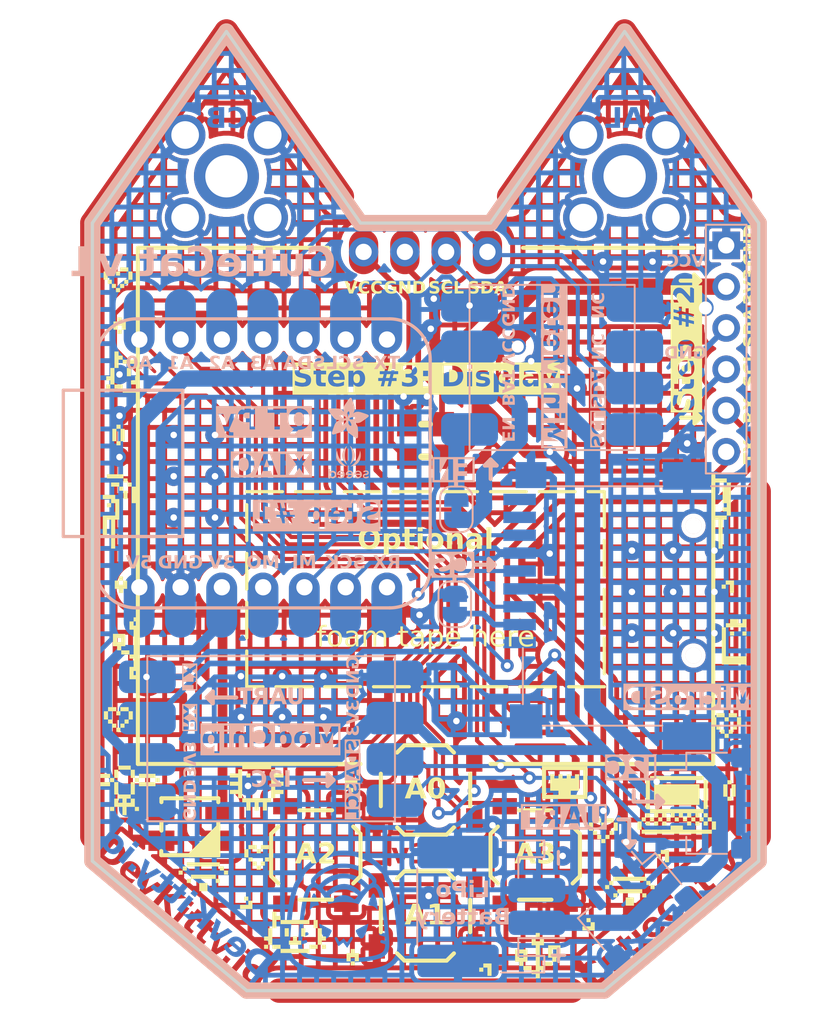
<source format=kicad_pcb>
(kicad_pcb (version 20221018) (generator pcbnew)
  (layers (0 "F.Cu" signal) (31 "B.Cu" signal) (34 "B.Paste" user) (35 "F.Paste" user) (36 "B.SilkS" user "B.Silkscreen") (37 "F.SilkS" user "F.Silkscreen") (38 "B.Mask" user) (39 "F.Mask" user) (44 "Edge.Cuts" user))
  (net 0 "")
  (net 1 "SDA")
  (net 2 "SCL")
  (net 3 "GND")
  (net 4 "+3V3")
  (net 5 "VBAT")
  (net 6 "Net-(JP2-B)")
  (net 7 "Net-(JP1-B)")
  (net 8 "UP_BTN")
  (net 9 "DN_BTN")
  (net 10 "LT_BTN")
  (net 11 "RT_BTN")
  (net 12 "MCU_TX")
  (net 13 "SCK")
  (net 14 "MISO")
  (net 15 "MOSI")
  (net 16 "VCC")
  (net 17 "MCU_RX")
  (net 22 "Net-(U2-VCC)")
  (net 23 "Net-(U2-GND)")
  (net 24 "DO")
  (footprint "LOGO" (layer "F.Cu") (at -10.39 16.12)
    (fp_text reference "G***" hide)
    (fp_text value "LOGO" hide)
  )
  (footprint "LOGO" (layer "F.Cu") (at 15.46 17.17)
    (fp_text reference "G***" hide)
    (fp_text value "LOGO" hide)
  )
  (footprint "LOGO" (layer "F.Cu") (at 8.56 15.79)
    (fp_text reference "G***" hide)
    (fp_text value "LOGO" hide)
  )
  (footprint "LOGO" (layer "F.Cu") (at -4.48 26.54)
    (fp_text reference "G***" hide)
    (fp_text value "LOGO" hide)
  )
  (footprint "LOGO" (layer "F.Cu") (at -18.47 7.535)
    (fp_text reference "G***" hide)
    (fp_text value "LOGO" hide)
  )
  (footprint "LOGO" (layer "F.Cu") (at -18.52 16.275)
    (fp_text reference "G***" hide)
    (fp_text value "LOGO" hide)
  )
  (footprint "LOGO" (layer "F.Cu") (at -18.92 -15.135)
    (fp_text reference "G***" hide)
    (fp_text value "LOGO" hide)
  )
  (footprint "LOGO" (layer "F.Cu") (at -13.67 21.59)
    (fp_text reference "G***" hide)
    (fp_text value "LOGO" hide)
  )
  (footprint "LOGO" (layer "F.Cu") (at -18.82 -12.315)
    (fp_text reference "G***" hide)
    (fp_text value "LOGO" hide)
  )
  (footprint "LOGO" (layer "F.Cu") (at -17.7425 -9.455)
    (fp_text reference "G***" hide)
    (fp_text value "LOGO" hide)
  )
  (footprint "LOGO" (layer "F.Cu") (at 18.702 16.283)
    (fp_text reference "G***" hide)
    (fp_text value "LOGO" hide)
  )
  (footprint "Button_Switch_SMD:SW_Push_1P1T_XKB_TS-1187A" (layer "F.Cu") (at 0 16.25)
    (fp_text reference "SW1" hide)
    (fp_text value "Up" hide)
  )
  (footprint "LOGO" (layer "F.Cu") (at 18.53 12.285)
    (fp_text reference "G***" hide)
    (fp_text value "LOGO" hide)
  )
  (footprint "LOGO" (layer "F.Cu") (at -18.74 3.625 180)
    (fp_text reference "G***" hide)
    (fp_text value "LOGO" hide)
  )
  (footprint "LOGO" (layer "F.Cu") (at 10.033 24.511)
    (fp_text reference "G***" hide)
    (fp_text value "LOGO" hide)
  )
  (footprint "LOGO" (layer "F.Cu") (at -18.84 -0.885)
    (fp_text reference "G***" hide)
    (fp_text value "LOGO" hide)
  )
  (footprint "LOGO" (layer "F.Cu") (at 6.9088 26.4414)
    (fp_text reference "G***" hide)
    (fp_text value "LOGO" hide)
  )
  (footprint "clipboard:4c8db4ee-6549-4df2-843f-e4db1e68e004" (layer "F.Cu") (at 21.95 -15.915)
    (fp_text reference "")
    (fp_text value "")
  )
  (footprint "LOGO" (layer "F.Cu") (at 12.573 22.479)
    (fp_text reference "G***" hide)
    (fp_text value "LOGO" hide)
  )
  (footprint "LOGO" (layer "F.Cu") (at -4.572 16.002 180)
    (fp_text reference "G***" hide)
    (fp_text value "LOGO" hide)
  )
  (footprint "Jumper:SolderJumper-2_P1.3mm_Bridged_Pad1.0x1.5mm" (layer "F.Cu") (at 0 -5.25 90)
    (fp_text reference "U6" hide)
    (fp_text value "~")
  )
  (footprint "Button_Switch_SMD:SW_Push_1P1T_XKB_TS-1187A" (layer "F.Cu") (at 6.75 20.25 90)
    (fp_text reference "SW4" hide)
    (fp_text value "Right" hide)
  )
  (footprint "LOGO" (layer "F.Cu") (at -18.9 11.915)
    (fp_text reference "G***" hide)
    (fp_text value "LOGO" hide)
  )
  (footprint "LOGO" (layer "F.Cu") (at 18.6 3.745 90)
    (fp_text reference "G***" hide)
    (fp_text value "LOGO" hide)
  )
  (footprint "Button_Switch_SMD:SW_Push_1P1T_XKB_TS-1187A" (layer "F.Cu") (at 0 24)
    (fp_text reference "SW2" hide)
    (fp_text value "Down" hide)
  )
  (footprint "LOGO" (layer "F.Cu") (at 10.94 18.76)
    (fp_text reference "G***" hide)
    (fp_text value "LOGO" hide)
  )
  (footprint "LED_SMD:LED_SK6812MINI_PLCC4_3.5x3.5mm_P1.75mm" (layer "F.Cu") (at -14.5 18.5)
    (fp_text reference "D1" hide)
    (fp_text value "SK6812MINI")
  )
  (footprint "Nugget-Modules:SH1106" (layer "F.Cu") (at 0 -2.1)
    (fp_text reference "U2" hide)
    (fp_text value "SH1106 OLED")
  )
  (footprint "LOGO" (layer "F.Cu") (at -10.26 20.4)
    (fp_text reference "G***" hide)
    (fp_text value "LOGO" hide)
  )
  (footprint "LOGO" (layer "F.Cu") (at 3.683 27.305 90)
    (fp_text reference "G***" hide)
    (fp_text value "LOGO" hide)
  )
  (footprint "Button_Switch_SMD:SW_Push_1P1T_XKB_TS-1187A" (layer "F.Cu") (at -6.75 20.25 90)
    (fp_text reference "SW3" hide)
    (fp_text value "Left" hide)
  )
  (footprint "LOGO" (layer "F.Cu") (at -18.89 -5.585)
    (fp_text reference "G***" hide)
    (fp_text value "LOGO" hide)
  )
  (footprint "LOGO" (layer "F.Cu") (at 14.605 20.32 90)
    (fp_text reference "G***" hide)
    (fp_text value "LOGO" hide)
  )
  (footprint "LOGO" (layer "F.Cu") (at 18.99 7.135)
    (fp_text reference "G***" hide)
    (fp_text value "LOGO" hide)
  )
  (footprint "LOGO" (layer "F.Cu") (at -11.03 23.19)
    (fp_text reference "G***" hide)
    (fp_text value "LOGO" hide)
  )
  (footprint "LOGO" (layer "F.Cu") (at 17.9005 -0.755)
    (fp_text reference "G***" hide)
    (fp_text value "LOGO" hide)
  )
  (footprint "LOGO" (layer "F.Cu") (at -8.03 25.01)
    (fp_text reference "G***" hide)
    (fp_text value "LOGO" hide)
  )
  (footprint "Connector_JST:JST_SH_SM04B-SRSS-TB_1x04-1MP_P1.00mm_Horizontal" (layer "B.Cu") (at 12.9 23.5 -140)
    (fp_text reference "J4" hide)
    (fp_text value "Conn_01x04_MountingPin" hide)
  )
  (footprint "Jumper:SolderJumper-2_P1.3mm_Bridged_RoundedPad1.0x1.5mm" (layer "B.Cu") (at 1.8 4.835 -90)
    (fp_text reference "JP1" hide)
    (fp_text value "Jumper")
  )
  (footprint "Connector_JST:JST_SH_SM04B-SRSS-TB_1x04-1MP_P1.00mm_Horizontal" (layer "B.Cu") (at 17.83 17.07 -90)
    (fp_text reference "J5" hide)
    (fp_text value "Conn_01x04_MountingPin" hide)
  )
  (footprint "Wardriver-Footprints:MOUDLE14P-SMD-2.54-21X17.8MM" (layer "B.Cu") (at -10 -3.84 90)
    (fp_text reference "U1" hide)
    (fp_text value "~" hide)
  )
  (footprint "Connector_PinSocket_2.54mm:PinSocket_1x06_P2.54mm_Vertical" (layer "B.Cu") (at 18.5 -17.25 180)
    (fp_text reference "J1" hide)
    (fp_text value "Header" hide)
  )
  (footprint "clipboard:f961fc29-c949-4d2d-849c-141f9608b811" (layer "B.Cu") (at 4.9 0.14 90)
    (fp_text reference "")
    (fp_text value "")
  )
  (footprint "Jumper:SolderJumper-2_P1.3mm_Bridged_RoundedPad1.0x1.5mm" (layer "B.Cu") (at 1.8996 -1.0142 90)
    (fp_text reference "JP2" hide)
    (fp_text value "Jumper")
  )
  (footprint "Connector_Coaxial:SMA_Amphenol_901-144_Vertical" (layer "B.Cu") (at 12.25 -21.5 180)
    (fp_text reference "AE1" hide)
    (fp_text value "Antenna_Shield")
  )
  (footprint "DevKitty-ModChip:DevKitty-ModChip" (layer "B.Cu") (at -9.5 13.1 180)
    (fp_text reference "U4" hide)
    (fp_text value "~")
  )
  (footprint "Connector_JST:JST_PH_S2B-PH-SM4-TB_1x02-1MP_P2.00mm_Horizontal" (layer "B.Cu") (at 4 23.42 90)
    (fp_text reference "J2" hide)
    (fp_text value "LiPo")
  )
  (footprint "PicoCharge:MiniMeter" (layer "B.Cu") (at 7.79 -9.74 -90)
    (fp_text reference "U3" hide)
    (fp_text value "~")
  )
  (footprint "Wardriver-Footprints:MicroSD" (layer "B.Cu") (at 5.99 4.93 -90)
    (fp_text reference "U5" hide)
    (fp_text value "MicroSD Card" hide)
  )
  (footprint "Connector_Coaxial:SMA_Amphenol_901-144_Vertical" (layer "B.Cu") (at -12.25 -21.5 180)
    (fp_text reference "AE2" hide)
    (fp_text value "Antenna_Shield")
  )
  (footprint "LOGO" (layer "B.Cu") (at -5.032686 23.830004 180)
    (fp_text reference "Gf" hide)
    (fp_text value "LOGO" hide)
  )
  (gr_line (start 20.5 19.1232) (end 20.5 -2.12317) (stroke (width 1.5)) (layer "F.Cu"))
  (gr_line (start 12.25 -30.4054) (end 5.14715 -20.2615) (stroke (width 1.5)) (layer "F.Cu"))
  (gr_line (start -12.25 -30.4054) (end -5.14715 -20.2615) (stroke (width 1.5)) (layer "F.Cu"))
  (gr_line (start -20.5 -18.6232) (end -12.25 -30.4054) (stroke (width 1.5)) (layer "F.Cu"))
  (gr_line (start -9 28.5946) (end 9 28.5946) (stroke (width 1.5)) (layer "F.Cu"))
  (gr_line (start 12.25 -30.4054) (end 19.3528 -20.2615) (stroke (width 1.5)) (layer "F.Cu"))
  (gr_line (start -20.5 19.1232) (end -20.5 -18.6232) (stroke (width 1.5)) (layer "F.Cu"))
  (gr_line (start 1.8796 -2.7042) (end 1.8796 -2.4892) (stroke (width 0.25)) (layer "B.SilkS"))
  (gr_line (start 11 28.5946) (end -11 28.5946) (stroke (width 1)) (layer "B.SilkS"))
  (gr_line (start 3.6482 -3.7084) (end 4.3782 -3.7084) (stroke (width 0.25)) (layer "B.SilkS"))
  (gr_line (start 14.25 16.605) (end 14.62 16.965) (stroke (width 0.25)) (layer "B.SilkS"))
  (gr_line (start -20.5 -18.6232) (end -20.5 20.6232) (stroke (width 1)) (layer "B.SilkS"))
  (gr_line (start 20.5 20.6232) (end 11 28.5946) (stroke (width 1)) (layer "B.SilkS"))
  (gr_line (start 12.17 19.41) (end 12.9 19.41) (stroke (width 0.25)) (layer "B.SilkS"))
  (gr_line (start 1.78 3.145) (end 1.78 3.36) (stroke (width 0.25)) (layer "B.SilkS"))
  (gr_line (start 12.81 16.295) (end 12.81 16.965) (stroke (width 0.25)) (layer "B.SilkS"))
  (gr_line (start 20.5 -18.6232) (end 20.5 20.6232) (stroke (width 1)) (layer "B.SilkS"))
  (gr_line (start 14.25 16.605) (end 14.25 17.335) (stroke (width 0.25)) (layer "B.SilkS"))
  (gr_line (start 3.885 2.035) (end 3.885 2.765) (stroke (width 0.25)) (layer "B.SilkS"))
  (gr_line (start 12.81 16.965) (end 14.62 16.965) (stroke (width 0.25)) (layer "B.SilkS"))
  (gr_line (start 3.885 2.035) (end 4.255 2.395) (stroke (width 0.25)) (layer "B.SilkS"))
  (gr_line (start 4 -18.6232) (end 12.25 -30.4054) (stroke (width 1)) (layer "B.SilkS"))
  (gr_line (start -20.5 -18.6232) (end -12.25 -30.4054) (stroke (width 1)) (layer "B.SilkS"))
  (gr_line (start 4.0082 -4.0784) (end 4.3782 -3.7084) (stroke (width 0.25)) (layer "B.SilkS"))
  (gr_line (start 12.53 18.06) (end 12.53 19.78) (stroke (width 0.25)) (layer "B.SilkS"))
  (gr_line (start 4.255 2.395) (end 3.885 2.765) (stroke (width 0.25)) (layer "B.SilkS"))
  (gr_line (start 12.53 19.78) (end 12.9 19.41) (stroke (width 0.25)) (layer "B.SilkS"))
  (gr_line (start 12.17 19.41) (end 12.53 19.78) (stroke (width 0.25)) (layer "B.SilkS"))
  (gr_line (start 4.0082 -2.8784) (end 4.0082 -4.0784) (stroke (width 0.25)) (layer "B.SilkS"))
  (gr_line (start 11.86 18.06) (end 12.53 18.06) (stroke (width 0.25)) (layer "B.SilkS"))
  (gr_line (start -12.25 -30.4054) (end -4 -18.6232) (stroke (width 1)) (layer "B.SilkS"))
  (gr_line (start 14.62 16.965) (end 14.25 17.335) (stroke (width 0.25)) (layer "B.SilkS"))
  (gr_line (start -4 -18.6232) (end 4 -18.6232) (stroke (width 1)) (layer "B.SilkS"))
  (gr_line (start -11 28.5946) (end -20.5 20.6232) (stroke (width 1)) (layer "B.SilkS"))
  (gr_line (start 3.6482 -3.7084) (end 4.0082 -4.0784) (stroke (width 0.25)) (layer "B.SilkS"))
  (gr_line (start 12.25 -30.4054) (end 20.5 -18.6232) (stroke (width 1)) (layer "B.SilkS"))
  (gr_line (start 3.055 2.395) (end 4.255 2.395) (stroke (width 0.25)) (layer "B.SilkS"))
  (gr_line (start -20.5 -18.6232) (end -20.5 20.6232) (stroke (width 0.2)) (layer "Edge.Cuts"))
  (gr_line (start 20.5 20.6232) (end 11 28.5946) (stroke (width 0.2)) (layer "Edge.Cuts"))
  (gr_line (start 20.5 -18.6232) (end 20.5 20.6232) (stroke (width 0.2)) (layer "Edge.Cuts"))
  (gr_line (start 4 -18.6232) (end 12.25 -30.4054) (stroke (width 0.2)) (layer "Edge.Cuts"))
  (gr_line (start 11 28.5946) (end -11 28.5946) (stroke (width 0.2)) (layer "Edge.Cuts"))
  (gr_line (start -4 -18.6232) (end 4 -18.6232) (stroke (width 0.2)) (layer "Edge.Cuts"))
  (gr_line (start -12.25 -30.4054) (end -4 -18.6232) (stroke (width 0.2)) (layer "Edge.Cuts"))
  (gr_line (start -20.5 -18.6232) (end -12.25 -30.4054) (stroke (width 0.2)) (layer "Edge.Cuts"))
  (gr_line (start -11 28.5946) (end -20.5 20.6232) (stroke (width 0.2)) (layer "Edge.Cuts"))
  (gr_line (start 12.25 -30.4054) (end 20.5 -18.6232) (stroke (width 0.2)) (layer "Edge.Cuts"))
  (gr_text "CutieCat v1" (at 15.02 23.76 40) (layer "F.Cu") (effects (font (size 1.5 1.5) (thickness 0.2) bold)))
  (gr_text "v1.1" (at 0 20.25) (layer "F.Cu") (effects (font (size 1.25 1.25) (thickness 0.2) bold)))
  (gr_text "DevKitty.io" (at -15.02 23.83 320) (layer "F.Cu") (effects (font (size 1.5 1.5) (thickness 0.2) bold)))
  (gr_text "AL" (at 12.25 -25) (layer "B.Cu") (effects (font (size 1.25 1.25) (thickness 0.25) bold) (justify mirror)))
  (gr_text "DevKitty.io" (at -14.75 23.25 320) (layer "B.Cu") (effects (font (size 1.5 1.5) (thickness 0.2) bold) (justify mirror)))
  (gr_text "CB" (at -12.25 -25) (layer "B.Cu") (effects (font (size 1.25 1.25) (thickness 0.25) bold) (justify mirror)))
  (gr_text "CS" (at 2.95 2.515) (layer "B.SilkS" knockout) (effects (font (size 1.25 1.25) (thickness 0.25) bold) (justify left mirror)))
  (gr_text "CutieCat v1" (at -5.51 -15.055) (layer "B.SilkS") (effects (font (size 1.8 1.8) (thickness 0.2) bold) (justify left bottom mirror)))
  (gr_text "GND" (at 16 -10.6) (layer "B.SilkS") (effects (font (size 0.75 0.75) (thickness 0.1875) bold) (justify mirror)))
  (gr_text "I2C" (at 14.224 14.986) (layer "B.SilkS" knockout) (effects (font (size 1.25 1.25) (thickness 0.25) bold) (justify left mirror)))
  (gr_text "LiPo\nBattery" (at 2.29 23.27) (layer "B.SilkS") (effects (font (size 1 1) (thickness 0.25) bold) (justify mirror)))
  (gr_text "VCC" (at 16 -16.25) (layer "B.SilkS") (effects (font (size 0.75 0.75) (thickness 0.1875) bold) (justify mirror)))
  (gr_text "UART" (at 11.176 18.01) (layer "B.SilkS" knockout) (effects (font (size 1.25 1.25) (thickness 0.25) bold) (justify left mirror)))
  (gr_text "EN" (at 3.0496 -3.3342) (layer "B.SilkS" knockout) (effects (font (size 1.25 1.25) (thickness 0.25) bold) (justify left mirror)))
  (segment (start 1.633604 -1) (end -3.7 -1) (width 0.25) (layer "F.Cu") (net 1))
  (segment (start 4.622451 14.668847) (end 3.17 13.216396) (width 0.25) (layer "F.Cu") (net 1))
  (segment (start 4.622451 14.77) (end 4.622451 14.668847) (width 0.25) (layer "F.Cu") (net 1))
  (segment (start 3.17 0.536396) (end 1.633604 -1) (width 0.25) (layer "F.Cu") (net 1))
  (segment (start -5.36 -2.66) (end -5.36 -9.37) (width 0.25) (layer "F.Cu") (net 1))
  (segment (start -3.7 -1) (end -5.36 -2.66) (width 0.25) (layer "F.Cu") (net 1))
  (segment (start 3.17 13.216396) (end 3.17 0.536396) (width 0.25) (layer "F.Cu") (net 1))
  (segment (start -5.36 -9.37) (end -7.66 -11.67) (width 0.25) (layer "F.Cu") (net 1))
  (via (at 4.622451 14.77) (size 0.8) (drill 0.4) (layers "F.Cu" "B.Cu") (net 1))
  (segment (start 12.493274 -8.47) (end 12.87 -8.47) (width 0.25) (layer "B.Cu") (net 1))
  (segment (start -6.09 -18.225) (end 2.235 -18.225) (width 0.25) (layer "B.Cu") (net 1))
  (segment (start 10.066 -14.969) (end 10.066 -10.897274) (width 0.25) (layer "B.Cu") (net 1))
  (segment (start 14.8 -8.47) (end 18.5 -12.17) (width 0.35) (layer "B.Cu") (net 1))
  (segment (start 4.632451 14.78) (end 10.79 14.78) (width 0.25) (layer "B.Cu") (net 1))
  (segment (start 10.066 -10.897274) (end 12.493274 -8.47) (width 0.25) (layer "B.Cu") (net 1))
  (segment (start -1.47 14.78) (end -1.88 14.37) (width 0.25) (layer "B.Cu") (net 1))
  (segment (start 4.622451 14.77) (end 4.632451 14.78) (width 0.25) (layer "B.Cu") (net 1))
  (segment (start -7.66 -12.82) (end -7.66 -16.655) (width 0.25) (layer "B.Cu") (net 1))
  (segment (start 8.385 -16.65) (end 10.066 -14.969) (width 0.25) (layer "B.Cu") (net 1))
  (segment (start 4.612451 14.78) (end -1.47 14.78) (width 0.25) (layer "B.Cu") (net 1))
  (segment (start 3.81 -16.65) (end 8.385 -16.65) (width 0.25) (layer "B.Cu") (net 1))
  (segment (start 2.235 -18.225) (end 3.81 -16.65) (width 0.25) (layer "B.Cu") (net 1))
  (segment (start 10.79 14.78) (end 13.58 17.57) (width 0.25) (layer "B.Cu") (net 1))
  (segment (start 13.58 17.57) (end 15.83 17.57) (width 0.25) (layer "B.Cu") (net 1))
  (segment (start 4.622451 14.77) (end 4.612451 14.78) (width 0.25) (layer "B.Cu") (net 1))
  (segment (start 12.87 -8.47) (end 14.8 -8.47) (width 0.35) (layer "B.Cu") (net 1))
  (segment (start -7.66 -16.655) (end -6.09 -18.225) (width 0.25) (layer "B.Cu") (net 1))
  (segment (start 1.82 -1.45) (end -3.513604 -1.45) (width 0.25) (layer "F.Cu") (net 2))
  (segment (start 3.62 0.35) (end 1.82 -1.45) (width 0.25) (layer "F.Cu") (net 2))
  (segment (start -3.513604 -1.45) (end -4.91 -2.846396) (width 0.25) (layer "F.Cu") (net 2))
  (segment (start 3.62 12.55) (end 3.62 0.35) (width 0.25) (layer "F.Cu") (net 2))
  (segment (start -4.91 -2.846396) (end -4.91 -11.46) (width 0.25) (layer "F.Cu") (net 2))
  (segment (start 6.39 15.32) (end 3.62 12.55) (width 0.25) (layer "F.Cu") (net 2))
  (segment (start 6.39 15.5045) (end 6.39 15.32) (width 0.25) (layer "F.Cu") (net 2))
  (via (at 6.39 15.5045) (size 0.8) (drill 0.4) (layers "F.Cu" "B.Cu") (net 2))
  (segment (start 14.8 -5.93) (end 18.5 -9.63) (width 0.35) (layer "B.Cu") (net 2))
  (segment (start 0.3255 15.5045) (end -1.08 16.91) (width 0.25) (layer "B.Cu") (net 2))
  (segment (start 2.845 -15.075) (end 4.317412 -15.075) (width 0.25) (layer "B.Cu") (net 2))
  (segment (start 9.37 -14.645) (end 9.37 -10.605) (width 0.25) (layer "B.Cu") (net 2))
  (segment (start -3.735 -14.955) (end -0.425 -14.955) (width 0.25) (layer "B.Cu") (net 2))
  (segment (start 13.57 18.57) (end 15.83 18.57) (width 0.25) (layer "B.Cu") (net 2))
  (segment (start 10.46 -9.515) (end 10.46 -7.595) (width 0.25) (layer "B.Cu") (net 2))
  (segment (start -5.12 -12.82) (end -5.12 -13.57) (width 0.25) (layer "B.Cu") (net 2))
  (segment (start 4.317412 -15.075) (end 5.217412 -15.975) (width 0.25) (layer "B.Cu") (net 2))
  (segment (start -5.12 -13.57) (end -3.735 -14.955) (width 0.25) (layer "B.Cu") (net 2))
  (segment (start 1.27 -16.65) (end 2.845 -15.075) (width 0.25) (layer "B.Cu") (net 2))
  (segment (start -1.08 16.91) (end -1.88 16.91) (width 0.25) (layer "B.Cu") (net 2))
  (segment (start 5.217412 -15.975) (end 8.04 -15.975) (width 0.25) (layer "B.Cu") (net 2))
  (segment (start -0.425 -14.955) (end 1.27 -16.65) (width 0.25) (layer "B.Cu") (net 2))
  (segment (start 9.37 -10.605) (end 10.46 -9.515) (width 0.25) (layer "B.Cu") (net 2))
  (segment (start 12.87 -5.93) (end 14.8 -5.93) (width 0.35) (layer "B.Cu") (net 2))
  (segment (start 6.39 15.5045) (end 0.3255 15.5045) (width 0.25) (layer "B.Cu") (net 2))
  (segment (start 10.46 -7.595) (end 12.125 -5.93) (width 0.25) (layer "B.Cu") (net 2))
  (segment (start 6.39 15.5045) (end 10.5045 15.5045) (width 0.25) (layer "B.Cu") (net 2))
  (segment (start 10.5045 15.5045) (end 13.57 18.57) (width 0.25) (layer "B.Cu") (net 2))
  (segment (start 12.125 -5.93) (end 12.87 -5.93) (width 0.25) (layer "B.Cu") (net 2))
  (segment (start 8.04 -15.975) (end 9.37 -14.645) (width 0.25) (layer "B.Cu") (net 2))
  (segment (start 6.78 23.25) (end 6.28 23.25) (width 0.25) (layer "F.Cu") (net 3))
  (segment (start 4.125 18.425) (end 3.3 18.425) (width 0.25) (layer "F.Cu") (net 3))
  (segment (start 3.3 18.425) (end 3 18.125) (width 0.25) (layer "F.Cu") (net 3))
  (via (at 13.97 -16.256) (size 0.8) (drill 0.4) (layers "F.Cu" "B.Cu") (net 3))
  (via (at 1.9 12.01) (size 0.8) (drill 0.4) (layers "F.Cu" "B.Cu") (net 3))
  (via (at 0.089595 -7.959095) (size 0.8) (drill 0.4) (layers "F.Cu" "B.Cu") (net 3))
  (via (at 17.78 1.524) (size 0.8) (drill 0.4) (layers "F.Cu" "B.Cu") (net 3))
  (via (at -15.494 -5.588) (size 0.8) (drill 0.4) (layers "F.Cu" "B.Cu") (net 3))
  (via (at 17.78 6.604) (size 0.8) (drill 0.4) (layers "F.Cu" "B.Cu") (net 3))
  (via (at 15.24 4.064) (size 0.8) (drill 0.4) (layers "F.Cu" "B.Cu") (net 3))
  (via (at 15.24 6.604) (size 0.8) (drill 0.4) (layers "F.Cu" "B.Cu") (net 3))
  (via (at -18.83 -9.31) (size 0.8) (drill 0.4) (layers "F.Cu" "B.Cu") (net 3))
  (via (at 0.19 22.77) (size 0.8) (drill 0.4) (layers "F.Cu" "B.Cu") (net 3))
  (via (at -11.36 9.25) (size 0.8) (drill 0.4) (layers "F.Cu" "B.Cu") (net 3))
  (via (at 10.922 -16.256) (size 0.8) (drill 0.4) (layers "F.Cu" "B.Cu") (net 3))
  (via (at 0.508 -13.97) (size 0.8) (drill 0.4) (layers "F.Cu" "B.Cu") (net 3))
  (via (at -8.82 9.25) (size 0.8) (drill 0.4) (layers "F.Cu" "B.Cu") (net 3))
  (via (at 8.44 20.31) (size 0.8) (drill 0.4) (layers "F.Cu" "B.Cu") (net 3))
  (via (at 7.64 1.71) (size 0.8) (drill 0.4) (layers "F.Cu" "B.Cu") (net 3))
  (via (at 4.125 18.425) (size 0.8) (drill 0.4) (layers "F.Cu" "B.Cu") (net 3))
  (via (at -12.954 -5.588) (size 0.8) (drill 0.4) (layers "F.Cu" "B.Cu") (net 3))
  (via (at -10.922 16.002) (size 0.8) (drill 0.4) (layers "F.Cu" "B.Cu") (net 3))
  (via (at -6.28 11.77) (size 0.8) (drill 0.4) (layers "F.Cu" "B.Cu") (net 3))
  (via (at 16.1 -5.07) (size 0.8) (drill 0.4) (layers "F.Cu" "B.Cu") (net 3))
  (via (at -15.494 -0.508) (size 0.8) (drill 0.4) (layers "F.Cu" "B.Cu") (net 3))
  (via (at -8.82 11.77) (size 0.8) (drill 0.4) (layers "F.Cu" "B.Cu") (net 3))
  (via (at -6.28 9.25) (size 0.8) (drill 0.4) (layers "F.Cu" "B.Cu") (net 3))
  (via (at -11.36 11.77) (size 0.8) (drill 0.4) (layers "F.Cu" "B.Cu") (net 3))
  (via (at 9.325 -8.45) (size 0.8) (drill 0.4) (layers "F.Cu" "B.Cu") (net 3))
  (via (at 0.3245 -12.12) (size 0.8) (drill 0.4) (layers "F.Cu" "B.Cu") (net 3))
  (via (at 12.7 4.064) (size 0.8) (drill 0.4) (layers "F.Cu" "B.Cu") (net 3))
  (via (at -1.3505 -7.9605) (size 0.8) (drill 0.4) (layers "F.Cu" "B.Cu") (net 3))
  (via (at 12.7 6.604) (size 0.8) (drill 0.4) (layers "F.Cu" "B.Cu") (net 3))
  (via (at 12.34 19.45) (size 0.8) (drill 0.4) (layers "F.Cu" "B.Cu") (net 3))
  (via (at -12.954 -3.048) (size 0.8) (drill 0.4) (layers "F.Cu" "B.Cu") (net 3))
  (via (at -15.494 -3.048) (size 0.8) (drill 0.4) (layers "F.Cu" "B.Cu") (net 3))
  (via (at -0.37 5.48) (size 0.8) (drill 0.4) (layers "F.Cu" "B.Cu") (net 3))
  (via (at 12.7 1.524) (size 0.8) (drill 0.4) (layers "F.Cu" "B.Cu") (net 3))
  (via (at 17.78 4.064) (size 0.8) (drill 0.4) (layers "F.Cu" "B.Cu") (net 3))
  (via (at 6.5 -10.125) (size 0.8) (drill 0.4) (layers "F.Cu" "B.Cu") (net 3))
  (via (at -18.83 -6.77) (size 0.8) (drill 0.4) (layers "F.Cu" "B.Cu") (net 3))
  (via (at 14.224 15.748) (size 0.8) (drill 0.4) (layers "F.Cu" "B.Cu") (net 3))
  (via (at -18.83 -4.23) (size 0.8) (drill 0.4) (layers "F.Cu" "B.Cu") (net 3))
  (via (at -12.954 -0.508) (size 0.8) (drill 0.4) (layers "F.Cu" "B.Cu") (net 3))
  (via (at 2.71 -13.55) (size 0.8) (drill 0.4) (layers "F.Cu" "B.Cu") (net 3))
  (via (at 15.24 1.524) (size 0.8) (drill 0.4) (layers "F.Cu" "B.Cu") (net 3))
  (segment (start 14.402 15.57) (end 14.224 15.748) (width 0.4) (layer "B.Cu") (net 3))
  (segment (start 15.83 15.57) (end 14.402 15.57) (width 0.4) (layer "B.Cu") (net 3))
  (segment (start 1.67 -4.25) (end 3.33 -5.91) (width 1) (layer "F.Cu") (net 4))
  (segment (start -12.49 17.365) (end -12.49 3.82) (width 0.6) (layer "F.Cu") (net 4))
  (segment (start 6.24 -4.55) (end 3.33 -7.46) (width 0.8) (layer "F.Cu") (net 4))
  (segment (start 3.33 -11.18) (end 6.86 -14.71) (width 1) (layer "F.Cu") (net 4))
  (segment (start 7.65 -4.55) (end 6.24 -4.55) (width 0.8) (layer "F.Cu") (net 4))
  (segment (start 6.86 -14.71) (end 18.5 -14.71) (width 1) (layer "F.Cu") (net 4))
  (segment (start -12.75 17.625) (end -12.49 17.365) (width 0.6) (layer "F.Cu") (net 4))
  (segment (start 3.33 -5.91) (end 3.33 -11.18) (width 1) (layer "F.Cu") (net 4))
  (segment (start 1 -4.09) (end 1 -4.25) (width 1) (layer "F.Cu") (net 4))
  (segment (start 1 -4.25) (end 1.67 -4.25) (width 1) (layer "F.Cu") (net 4))
  (segment (start -12.49 3.82) (end -12.53 3.78) (width 0.6) (layer "F.Cu") (net 4))
  (via (at 7.65 -4.55) (size 0.8) (drill 0.4) (layers "F.Cu" "B.Cu") (net 4))
  (segment (start 5.79 3.88) (end 7.9948 3.88) (width 0.6) (layer "B.Cu") (net 4))
  (segment (start -17.12 14.37) (end -17.97 14.37) (width 0.6) (layer "B.Cu") (net 4))
  (segment (start 16.682817 20.53) (end 17.205 20.007817) (width 0.4) (layer "B.Cu") (net 4))
  (segment (start 11.997447 21.646517) (end 12.497618 22.146688) (width 0.4) (layer "B.Cu") (net 4))
  (segment (start 7.9948 3.88) (end 8.89 4.7752) (width 0.6) (layer "B.Cu") (net 4))
  (segment (start 8.89 11.686793) (end 11.061403 13.858196) (width 0.6) (layer "B.Cu") (net 4))
  (segment (start 7.65 -4.55) (end 8.89 -3.31) (width 0.6) (layer "B.Cu") (net 4))
  (segment (start 11.003207 13.8) (end 13.851207 16.648) (width 0.6) (layer "B.Cu") (net 4))
  (segment (start -14.214975 7.64) (end -12.74 6.165025) (width 0.6) (layer "B.Cu") (net 4))
  (segment (start 0.9984 13.8) (end 11.003207 13.8) (width 0.6) (layer "B.Cu") (net 4))
  (segment (start -0.9716 11.83) (end 0.9984 13.8) (width 0.6) (layer "B.Cu") (net 4))
  (segment (start -18.209899 7.63) (end -18.199899 7.64) (width 0.6) (layer "B.Cu") (net 4))
  (segment (start -5.68 14.37) (end -3.14 11.83) (width 1) (layer "B.Cu") (net 4))
  (segment (start 8.89 4.7752) (end 8.89 11.686793) (width 0.6) (layer "B.Cu") (net 4))
  (segment (start -19.59 12.75) (end -19.59 8.595786) (width 0.6) (layer "B.Cu") (net 4))
  (segment (start -1.88 11.83) (end -0.9716 11.83) (width 0.6) (layer "B.Cu") (net 4))
  (segment (start 8.89 -3.31) (end 8.89 4.7752) (width 0.6) (layer "B.Cu") (net 4))
  (segment (start -17.97 14.37) (end -19.59 12.75) (width 0.6) (layer "B.Cu") (net 4))
  (segment (start -12.74 6.165025) (end -12.74 4.96) (width 0.6) (layer "B.Cu") (net 4))
  (segment (start 15.05 20.53) (end 16.682817 20.53) (width 0.4) (layer "B.Cu") (net 4))
  (segment (start -3.14 11.83) (end -1.88 11.83) (width 1) (layer "B.Cu") (net 4))
  (segment (start 13.433312 22.146688) (end 15.05 20.53) (width 0.4) (layer "B.Cu") (net 4))
  (segment (start 17.205 17.392183) (end 16.382817 16.57) (width 0.4) (layer "B.Cu") (net 4))
  (segment (start 16.382817 16.57) (end 15.83 16.57) (width 0.4) (layer "B.Cu") (net 4))
  (segment (start 12.497618 22.146688) (end 13.433312 22.146688) (width 0.4) (layer "B.Cu") (net 4))
  (segment (start -17.12 14.37) (end -5.68 14.37) (width 1) (layer "B.Cu") (net 4))
  (segment (start 13.851207 16.648) (end 15.752 16.648) (width 0.6) (layer "B.Cu") (net 4))
  (segment (start -18.624214 7.63) (end -18.209899 7.63) (width 0.6) (layer "B.Cu") (net 4))
  (segment (start 17.205 20.007817) (end 17.205 17.392183) (width 0.4) (layer "B.Cu") (net 4))
  (segment (start -19.59 8.595786) (end -18.624214 7.63) (width 0.6) (layer "B.Cu") (net 4))
  (segment (start 15.752 16.648) (end 15.83 16.57) (width 0.6) (layer "B.Cu") (net 4))
  (segment (start -18.199899 7.64) (end -14.214975 7.64) (width 0.6) (layer "B.Cu") (net 4))
  (segment (start 13.81 14.57) (end 10.25 11.01) (width 1) (layer "B.Cu") (net 5))
  (segment (start 18.105 15.705) (end 16.97 14.57) (width 1) (layer "B.Cu") (net 5))
  (segment (start 17.19 21.43) (end 18.105 20.515) (width 1) (layer "B.Cu") (net 5))
  (segment (start 6.85 24.42) (end 12.620906 24.42) (width 1) (layer "B.Cu") (net 5))
  (segment (start 2.83955 -0.3642) (end 1.8996 -0.3642) (width 1) (layer "B.Cu") (net 5))
  (segment (start 12.620906 24.42) (end 15.610906 21.43) (width 1) (layer "B.Cu") (net 5))
  (segment (start 7.15 -8.47) (end 2.71 -8.47) (width 1) (layer "B.Cu") (net 5))
  (segment (start 10.25 11.01) (end 10.25 -5.37) (width 1) (layer "B.Cu") (net 5))
  (segment (start 15.610906 21.43) (end 17.19 21.43) (width 1) (layer "B.Cu") (net 5))
  (segment (start 16.97 14.57) (end 13.81 14.57) (width 1) (layer "B.Cu") (net 5))
  (segment (start 3.6 -1.12465) (end 2.83955 -0.3642) (width 1) (layer "B.Cu") (net 5))
  (segment (start 4.74 -8.47) (end 5.8 -7.41) (width 1) (layer "B.Cu") (net 5))
  (segment (start 10.25 -5.37) (end 7.15 -8.47) (width 1) (layer "B.Cu") (net 5))
  (segment (start 5.8 -7.41) (end 5.8 -5.34) (width 1) (layer "B.Cu") (net 5))
  (segment (start 18.105 20.515) (end 18.105 15.705) (width 1) (layer "B.Cu") (net 5))
  (segment (start 5.8 -5.34) (end 3.6 -3.14) (width 1) (layer "B.Cu") (net 5))
  (segment (start 3.6 -3.14) (end 3.6 -1.12465) (width 1) (layer "B.Cu") (net 5))
  (segment (start 1.8996 -1.6642) (end 1.8996 -5.1196) (width 1) (layer "B.Cu") (net 6))
  (segment (start 2.1242 -1.6642) (end 1.8996 -1.6642) (width 1) (layer "B.Cu") (net 6))
  (segment (start 1.8996 -5.1196) (end 2.71 -5.93) (width 1) (layer "B.Cu") (net 6))
  (segment (start 4.22 6.08) (end 5.79 6.08) (width 0.35) (layer "B.Cu") (net 7))
  (segment (start 1.8 5.485) (end 1.885 5.4) (width 0.35) (layer "B.Cu") (net 7))
  (segment (start 3.54 5.4) (end 4.22 6.08) (width 0.35) (layer "B.Cu") (net 7))
  (segment (start 1.885 5.4) (end 3.54 5.4) (width 0.35) (layer "B.Cu") (net 7))
  (segment (start 0.8 16.872792) (end 0.8 17.675) (width 0.25) (layer "F.Cu") (net 8))
  (segment (start 0.175 16.247792) (end 0.8 16.872792) (width 0.25) (layer "F.Cu") (net 8))
  (segment (start -10.89 -7.106396) (end -12.993604 -9.21) (width 0.25) (layer "F.Cu") (net 8))
  (segment (start -3 13.636396) (end -0.95 11.586396) (width 0.25) (layer "F.Cu") (net 8))
  (segment (start 0.958 6.678396) (end 0.958 3.210792) (width 0.25) (layer "F.Cu") (net 8))
  (segment (start 3 14.375) (end 3 16.3) (width 0.25) (layer "F.Cu") (net 8))
  (segment (start -0.95 8.586396) (end 0.958 6.678396) (width 0.25) (layer "F.Cu") (net 8))
  (segment (start -3 14.016396) (end -3 13.636396) (width 0.25) (layer "F.Cu") (net 8))
  (segment (start 0.958 3.210792) (end -0.662792 1.59) (width 0.25) (layer "F.Cu") (net 8))
  (segment (start -3 14.375) (end -0.4 14.375) (width 0.25) (layer "F.Cu") (net 8))
  (segment (start -12.993604 -9.21) (end -15.36 -9.21) (width 0.25) (layer "F.Cu") (net 8))
  (segment (start -15.36 -9.21) (end -17.82 -11.67) (width 0.25) (layer "F.Cu") (net 8))
  (segment (start -0.95 11.586396) (end -0.95 8.586396) (width 0.25) (layer "F.Cu") (net 8))
  (segment (start 0.175 14.95) (end 0.175 16.247792) (width 0.25) (layer "F.Cu") (net 8))
  (segment (start -10.89 -0.667208) (end -10.89 -7.106396) (width 0.25) (layer "F.Cu") (net 8))
  (segment (start -0.662792 1.59) (end -8.632792 1.59) (width 0.25) (layer "F.Cu") (net 8))
  (segment (start -0.4 14.375) (end 0.175 14.95) (width 0.25) (layer "F.Cu") (net 8))
  (segment (start -8.632792 1.59) (end -10.89 -0.667208) (width 0.25) (layer "F.Cu") (net 8))
  (via (at 3 16.3) (size 0.8) (drill 0.4) (layers "F.Cu" "B.Cu") (net 8))
  (via (at 0.8 17.675) (size 0.8) (drill 0.4) (layers "F.Cu" "B.Cu") (net 8))
  (segment (start 1.625 17.675) (end 3 16.3) (width 0.25) (layer "B.Cu") (net 8))
  (segment (start 0.8 17.675) (end 1.625 17.675) (width 0.25) (layer "B.Cu") (net 8))
  (segment (start 2.025 17.461396) (end 2.025 19) (width 0.25) (layer "F.Cu") (net 9))
  (segment (start -3 22.125) (end -2.92 22.045) (width 0.25) (layer "F.Cu") (net 9))
  (segment (start -10.44 -0.853604) (end -8.446396 1.14) (width 0.25) (layer "F.Cu") (net 9))
  (segment (start 1.408 3.024396) (end 1.408 6.864792) (width 0.25) (layer "F.Cu") (net 9))
  (segment (start -0.5 8.772792) (end -0.5 12.261396) (width 0.25) (layer "F.Cu") (net 9))
  (segment (start -2.92 22.045) (end 2.92 22.045) (width 0.25) (layer "F.Cu") (net 9))
  (segment (start -0.476396 1.14) (end 1.408 3.024396) (width 0.25) (layer "F.Cu") (net 9))
  (segment (start -8.446396 1.14) (end -0.476396 1.14) (width 0.25) (layer "F.Cu") (net 9))
  (segment (start -10.44 -7.292792) (end -10.44 -0.853604) (width 0.25) (layer "F.Cu") (net 9))
  (segment (start 2.92 22.045) (end 3 22.125) (width 0.25) (layer "F.Cu") (net 9))
  (segment (start -12.807208 -9.66) (end -10.44 -7.292792) (width 0.25) (layer "F.Cu") (net 9))
  (segment (start -0.5 12.261396) (end 0.625 13.386396) (width 0.25) (layer "F.Cu") (net 9))
  (segment (start -15.28 -11.1) (end -13.84 -9.66) (width 0.25) (layer "F.Cu") (net 9))
  (segment (start 0.625 13.386396) (end 0.625 16.061396) (width 0.25) (layer "F.Cu") (net 9))
  (segment (start 0.625 16.061396) (end 2.025 17.461396) (width 0.25) (layer "F.Cu") (net 9))
  (segment (start -13.84 -9.66) (end -12.807208 -9.66) (width 0.25) (layer "F.Cu") (net 9))
  (segment (start 2.025 19) (end 3 19.975) (width 0.25) (layer "F.Cu") (net 9))
  (segment (start 3 19.975) (end 3 22.125) (width 0.25) (layer "F.Cu") (net 9))
  (segment (start 1.408 6.864792) (end -0.5 8.772792) (width 0.25) (layer "F.Cu") (net 9))
  (segment (start -18.28 -13.86) (end -13.24 -13.86) (width 0.25) (layer "F.Cu") (net 10))
  (segment (start -7.25 13.3) (end -3.3 13.3) (width 0.25) (layer "F.Cu") (net 10))
  (segment (start -8.625 17.25) (end -8.625 23.25) (width 0.25) (layer "F.Cu") (net 10))
  (segment (start 0.355 6.645) (end 0.355 3.244188) (width 0.25) (layer "F.Cu") (net 10))
  (segment (start -13.18 -8.76) (end -16.97 -8.76) (width 0.25) (layer "F.Cu") (net 10))
  (segment (start -12.53 -13.15) (end -12.53 -11.46) (width 0.25) (layer "F.Cu") (net 10))
  (segment (start -19.11 -10.9) (end -19.11 -13.03) (width 0.25) (layer "F.Cu") (net 10))
  (segment (start -11.34 -6.92) (end -13.18 -8.76) (width 0.25) (layer "F.Cu") (net 10))
  (segment (start -13.24 -13.86) (end -12.53 -13.15) (width 0.25) (layer "F.Cu") (net 10))
  (segment (start -1.4 11.4) (end -1.4 8.4) (width 0.25) (layer "F.Cu") (net 10))
  (segment (start -11.34 -0.480812) (end -11.34 -6.92) (width 0.25) (layer "F.Cu") (net 10))
  (segment (start -1.4 8.4) (end 0.355 6.645) (width 0.25) (layer "F.Cu") (net 10))
  (segment (start -8.625 17.25) (end -8.625 14.675) (width 0.25) (layer "F.Cu") (net 10))
  (segment (start -8.819188 2.04) (end -11.34 -0.480812) (width 0.25) (layer "F.Cu") (net 10))
  (segment (start -3.3 13.3) (end -1.4 11.4) (width 0.25) (layer "F.Cu") (net 10))
  (segment (start -16.97 -8.76) (end -19.11 -10.9) (width 0.25) (layer "F.Cu") (net 10))
  (segment (start -0.849188 2.04) (end -8.819188 2.04) (width 0.25) (layer "F.Cu") (net 10))
  (segment (start -8.625 14.675) (end -7.25 13.3) (width 0.25) (layer "F.Cu") (net 10))
  (segment (start -19.11 -13.03) (end -18.28 -13.86) (width 0.25) (layer "F.Cu") (net 10))
  (segment (start 0.355 3.244188) (end -0.849188 2.04) (width 0.25) (layer "F.Cu") (net 10))
  (segment (start 1.075 15.875) (end 2.25 17.05) (width 0.25) (layer "F.Cu") (net 11))
  (segment (start 2.25 17.05) (end 4.225 17.05) (width 0.25) (layer "F.Cu") (net 11))
  (segment (start -8.26 0.69) (end -0.29 0.69) (width 0.25) (layer "F.Cu") (net 11))
  (segment (start 1.075 13.2) (end 1.075 15.875) (width 0.25) (layer "F.Cu") (net 11))
  (segment (start 1.858 2.838) (end 1.858 7.051188) (width 0.25) (layer "F.Cu") (net 11))
  (segment (start -0.29 0.69) (end 1.858 2.838) (width 0.25) (layer "F.Cu") (net 11))
  (segment (start 1.858 7.051188) (end -0.05 8.959188) (width 0.25) (layer "F.Cu") (net 11))
  (segment (start -0.05 8.959188) (end -0.05 12.075) (width 0.25) (layer "F.Cu") (net 11))
  (segment (start -9.99 -1.04) (end -8.26 0.69) (width 0.25) (layer "F.Cu") (net 11))
  (segment (start 4.225 17.05) (end 4.25 17.075) (width 0.25) (layer "F.Cu") (net 11))
  (segment (start -9.99 -11.46) (end -9.99 -1.04) (width 0.25) (layer "F.Cu") (net 11))
  (segment (start 4.875 23.25) (end 4.875 17.25) (width 0.25) (layer "F.Cu") (net 11))
  (segment (start -0.05 12.075) (end 1.075 13.2) (width 0.25) (layer "F.Cu") (net 11))
  (segment (start -2.13 -2.54) (end 17.2 -2.54) (width 0.35) (layer "F.Cu") (net 12))
  (segment (start 10.16 14.03) (end 10.16 16.7555) (width 0.35) (layer "F.Cu") (net 12))
  (segment (start -3.03 -9.11) (end -3.03 -3.44) (width 0.35) (layer "F.Cu") (net 12))
  (segment (start 10.16 16.7555) (end 10.16 10.16) (width 0.35) (layer "F.Cu") (net 12))
  (segment (start 4.12 1.21) (end 4.12 11.37) (width 0.35) (layer "F.Cu") (net 12))
  (segment (start 7.87 -2.54) (end 4.12 1.21) (width 0.35) (layer "F.Cu") (net 12))
  (segment (start 17.2 -2.54) (end 19.21 -4.55) (width 0.35) (layer "F.Cu") (net 12))
  (segment (start 4.12 11.37) (end 5.46 12.71) (width 0.35) (layer "F.Cu") (net 12))
  (segment (start -2.37 -9.77) (end -3.03 -9.11) (width 0.35) (layer "F.Cu") (net 12))
  (segment (start -2.37 -11.46) (end -2.37 -9.77) (width 0.35) (layer "F.Cu") (net 12))
  (segment (start 10.16 10.16) (end 7.95 7.95) (width 0.35) (layer "F.Cu") (net 12))
  (segment (start 8.84 12.71) (end 10.16 14.03) (width 0.35) (layer "F.Cu") (net 12))
  (segment (start 5.46 12.71) (end 8.84 12.71) (width 0.35) (layer "F.Cu") (net 12))
  (segment (start 8.77 -2.54) (end 7.87 -2.54) (width 0.35) (layer "F.Cu") (net 12))
  (segment (start -3.03 -3.44) (end -2.13 -2.54) (width 0.35) (layer "F.Cu") (net 12))
  (via (at 7.95 7.95) (size 0.8) (drill 0.4) (layers "F.Cu" "B.Cu") (net 12))
  (via (at 10.16 16.7555) (size 0.8) (drill 0.4) (layers "F.Cu" "B.Cu") (net 12))
  (segment (start 10.16 22.626735) (end 10.465358 22.932093) (width 0.35) (layer "B.Cu") (net 12))
  (segment (start 6.248 9.652) (end 4.064 9.652) (width 0.35) (layer "B.Cu") (net 12))
  (segment (start 7.95 7.95) (end 6.248 9.652) (width 0.35) (layer "B.Cu") (net 12))
  (segment (start -16.672563 11.83) (end -17.12 11.83) (width 0.35) (layer "B.Cu") (net 12))
  (segment (start -13.312563 8.47) (end -16.672563 11.83) (width 0.35) (layer "B.Cu") (net 12))
  (segment (start -3.83906 7.74) (end -4.56906 8.47) (width 0.35) (layer "B.Cu") (net 12))
  (segment (start -4.56906 8.47) (end -13.312563 8.47) (width 0.35) (layer "B.Cu") (net 12))
  (segment (start 4.064 9.652) (end 2.152 7.74) (width 0.35) (layer "B.Cu") (net 12))
  (segment (start 2.152 7.74) (end -3.83906 7.74) (width 0.35) (layer "B.Cu") (net 12))
  (segment (start 10.16 16.7555) (end 10.16 22.626735) (width 0.35) (layer "B.Cu") (net 12))
  (segment (start -3.4 2.27) (end -0.48 2.27) (width 0.25) (layer "B.Cu") (net 13))
  (segment (start -0.48 2.27) (end 0.03 2.78) (width 0.25) (layer "B.Cu") (net 13))
  (segment (start -5.12 3.49) (end -4.62 3.49) (width 0.25) (layer "B.Cu") (net 13))
  (segment (start 0.03 2.78) (end 5.79 2.78) (width 0.25) (layer "B.Cu") (net 13))
  (segment (start -4.62 3.49) (end -3.4 2.27) (width 0.25) (layer "B.Cu") (net 13))
  (segment (start -7.66 3.99) (end -5.24 1.57) (width 0.25) (layer "B.Cu") (net 14))
  (segment (start 3.04 0.58) (end 5.79 0.58) (width 0.25) (layer "B.Cu") (net 14))
  (segment (start -5.24 1.57) (end 2.05 1.57) (width 0.25) (layer "B.Cu") (net 14))
  (segment (start 2.05 1.57) (end 3.04 0.58) (width 0.25) (layer "B.Cu") (net 14))
  (segment (start -8.7 2.49) (end -1.035584 2.49) (width 0.25) (layer "F.Cu") (net 15))
  (segment (start -1.035584 2.49) (end -0.45 3.075584) (width 0.25) (layer "F.Cu") (net 15))
  (segment (start -10.2 3.99) (end -8.7 2.49) (width 0.25) (layer "F.Cu") (net 15))
  (segment (start -0.45 3.075584) (end -0.45 4.2) (width 0.25) (layer "F.Cu") (net 15))
  (via (at -0.45 4.2) (size 0.8) (drill 0.4) (layers "F.Cu" "B.Cu") (net 15))
  (segment (start -10.2 4.96) (end -10.2 5.71) (width 0.25) (layer "B.Cu") (net 15))
  (segment (start 2.41 3.23) (end 4.16 4.98) (width 0.25) (layer "B.Cu") (net 15))
  (segment (start 0.52 3.23) (end 2.41 3.23) (width 0.25) (layer "B.Cu") (net 15))
  (segment (start -0.45 4.2) (end 0.52 3.23) (width 0.25) (layer "B.Cu") (net 15))
  (segment (start 4.16 4.98) (end 5.79 4.98) (width 0.25) (layer "B.Cu") (net 15))
  (segment (start 5.675 -11.025) (end 5.675 -11.548635) (width 1) (layer "F.Cu") (net 16))
  (segment (start 7.526365 -13.4) (end 17.22 -13.4) (width 1) (layer "F.Cu") (net 16))
  (segment (start 5.675 -11.548635) (end 7.526365 -13.4) (width 1) (layer "F.Cu") (net 16))
  (via (at 5.675 -11.025) (size 1) (drill 0.75) (layers "F.Cu" "B.Cu") (net 16))
  (via (at 17.22 -13.4) (size 1) (drill 0.8) (layers "F.Cu" "B.Cu") (net 16))
  (segment (start 17.22 -13.4) (end 17.22 -13.45) (width 1) (layer "B.Cu") (net 16))
  (segment (start -0.65 -9.06) (end 1.3 -11.01) (width 1) (layer "B.Cu") (net 16))
  (segment (start 3.8114 -11.025) (end 3.7964 -11.01) (width 1) (layer "B.Cu") (net 16))
  (segment (start 3.7964 -11.01) (end 2.71 -11.01) (width 1) (layer "B.Cu") (net 16))
  (segment (start 1.3 -11.01) (end 2.71 -11.01) (width 1) (layer "B.Cu") (net 16))
  (segment (start -14.89 -9.06) (end -0.65 -9.06) (width 1) (layer "B.Cu") (net 16))
  (segment (start -17.61 -6.34) (end -14.89 -9.06) (width 1) (layer "B.Cu") (net 16))
  (segment (start -17.61 4.75) (end -17.61 -6.34) (width 1) (layer "B.Cu") (net 16))
  (segment (start 17.22 -13.45) (end 15.96 -14.71) (width 1) (layer "B.Cu") (net 16))
  (segment (start 5.675 -11.025) (end 3.8114 -11.025) (width 1) (layer "B.Cu") (net 16))
  (segment (start 5.03 3.933984) (end 5.03 3.75) (width 0.35) (layer "F.Cu") (net 17))
  (segment (start 10.938843 17.53) (end 10.938843 9.842827) (width 0.35) (layer "F.Cu") (net 17))
  (segment (start -14.732 9.2964) (end -17.1704 9.2964) (width 0.4) (layer "F.Cu") (net 17))
  (segment (start 17.91 -1.5) (end 8.17 -1.5) (width 0.35) (layer "F.Cu") (net 17))
  (segment (start 10.938843 9.842827) (end 5.03 3.933984) (width 0.35) (layer "F.Cu") (net 17))
  (segment (start -13.97 18.63) (end -13.97 10.0584) (width 0.4) (layer "F.Cu") (net 17))
  (segment (start 8.17 -1.5) (end 5.59 1.08) (width 0.35) (layer "F.Cu") (net 17))
  (segment (start -13.225 19.375) (end -13.97 18.63) (width 0.4) (layer "F.Cu") (net 17))
  (segment (start -13.97 10.0584) (end -14.732 9.2964) (width 0.4) (layer "F.Cu") (net 17))
  (segment (start 20.04 -5.55) (end 20.04 -3.63) (width 0.35) (layer "F.Cu") (net 17))
  (segment (start 5.03 1.64) (end 5.03 8.432) (width 0.35) (layer "F.Cu") (net 17))
  (segment (start 5.59 1.08) (end 5.03 1.64) (width 0.35) (layer "F.Cu") (net 17))
  (segment (start 20.04 -3.63) (end 17.91 -1.5) (width 0.35) (layer "F.Cu") (net 17))
  (segment (start 18.5 -7.09) (end 20.04 -5.55) (width 0.35) (layer "F.Cu") (net 17))
  (segment (start -12.75 19.375) (end -13.225 19.375) (width 0.4) (layer "F.Cu") (net 17))
  (via (at -17.1704 9.2964) (size 0.8) (drill 0.4) (layers "F.Cu" "B.Cu") (net 17))
  (via (at 5.03 8.603438) (size 0.8) (drill 0.4) (layers "F.Cu" "B.Cu") (net 17))
  (via (at 10.938843 17.53) (size 0.8) (drill 0.4) (layers "F.Cu" "B.Cu") (net 17))
  (segment (start 10.938843 21.996745) (end 11.231403 22.289305) (width 0.35) (layer "B.Cu") (net 17))
  (segment (start 10.938843 17.53) (end 10.938843 21.996745) (width 0.35) (layer "B.Cu") (net 17))
  (segment (start 3.416562 6.99) (end -0.55 6.99) (width 0.25) (layer "B.Cu") (net 17))
  (segment (start -0.55 6.99) (end -2.58 4.96) (width 0.25) (layer "B.Cu") (net 17))
  (segment (start -17.12 9.29) (end -14.910381 9.29) (width 0.35) (layer "B.Cu") (net 17))
  (segment (start -14.910381 9.29) (end -13.370381 7.75) (width 0.35) (layer "B.Cu") (net 17))
  (segment (start -13.370381 7.75) (end -4.626878 7.75) (width 0.35) (layer "B.Cu") (net 17))
  (segment (start -2.58 5.703122) (end -2.58 4.96) (width 0.35) (layer "B.Cu") (net 17))
  (segment (start 5.03 8.603438) (end 3.416562 6.99) (width 0.25) (layer "B.Cu") (net 17))
  (segment (start -4.626878 7.75) (end -2.58 5.703122) (width 0.35) (layer "B.Cu") (net 17))
  (segment (start -1.25 -4.25) (end -2.125 -5.125) (width 0.35) (layer "F.Cu") (net 22))
  (segment (start -2.125 -5.125) (end -2.125 -8.543) (width 0.35) (layer "F.Cu") (net 22))
  (segment (start -3.715456 -16.65) (end -3.81 -16.65) (width 0.35) (layer "F.Cu") (net 22))
  (segment (start -1 -13.934545) (end -3.715456 -16.65) (width 0.35) (layer "F.Cu") (net 22))
  (segment (start -2.125 -8.543) (end -1 -9.668) (width 0.35) (layer "F.Cu") (net 22))
  (segment (start -1 -4.25) (end -1.25 -4.25) (width 0.35) (layer "F.Cu") (net 22))
  (segment (start -1 -9.668) (end -1 -13.934545) (width 0.35) (layer "F.Cu") (net 22))
  (segment (start 1.016 -6.266) (end 1 -6.25) (width 0.35) (layer "F.Cu") (net 23))
  (segment (start 1.016 -8.128) (end 1.016 -6.266) (width 0.35) (layer "F.Cu") (net 23))
  (segment (start -1.27 -16.002) (end -0.45 -15.182) (width 0.35) (layer "F.Cu") (net 23))
  (segment (start -0.45 -15.182) (end -0.45 -9.594) (width 0.35) (layer "F.Cu") (net 23))
  (segment (start -1.27 -16.65) (end -1.27 -16.002) (width 0.35) (layer "F.Cu") (net 23))
  (segment (start -0.45 -9.594) (end 1.016 -8.128) (width 0.35) (layer "F.Cu") (net 23))
  (zone (net 3) (net_name "GND") (layers "F&B.Cu") (connect_pads (clearance 0.5)) (min_thickness 0.2) (fill yes (mode hatch) (thermal_gap 0.2) (thermal_bridge_width 0.5) (island_removal_mode 1) (island_area_min 10) (hatch_thickness 0.3) (hatch_gap 0.75) (hatch_orientation 0) (hatch_border_algorithm hatch_thickness) (hatch_min_hole_area 0.3))
    (polygon (pts (xy 25.38 30.647) (xy -26.182 30.647) (xy -26.182 -32.345) (xy 25.38 -32.345)))
  )
  (zone (net 0) (net_name "") (layer "B.Cu") (connect_pads (clearance 0)) (min_thickness 0.25)
    (keepout (tracks not_allowed) (vias not_allowed) (pads not_allowed) (copperpour not_allowed) (footprints allowed))
    (fill (thermal_gap 0.5) (thermal_bridge_width 0.5))
    (polygon (pts (xy -4.758686 21.244004) (xy -2.732686 26.274004) (xy -7.522686 26.364004)))
  )
)
</source>
